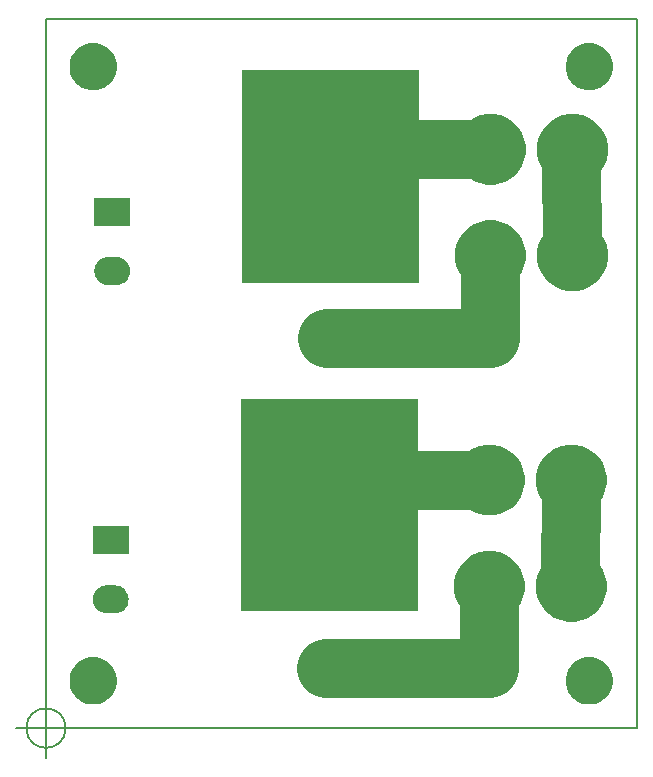
<source format=gbr>
G04 #@! TF.GenerationSoftware,KiCad,Pcbnew,(5.1.5)-3*
G04 #@! TF.CreationDate,2020-03-14T21:19:23-04:00*
G04 #@! TF.ProjectId,MOSTERFET,4d4f5354-4552-4464-9554-2e6b69636164,1.0*
G04 #@! TF.SameCoordinates,Original*
G04 #@! TF.FileFunction,Soldermask,Bot*
G04 #@! TF.FilePolarity,Negative*
%FSLAX46Y46*%
G04 Gerber Fmt 4.6, Leading zero omitted, Abs format (unit mm)*
G04 Created by KiCad (PCBNEW (5.1.5)-3) date 2020-03-14 21:19:23*
%MOMM*%
%LPD*%
G04 APERTURE LIST*
%ADD10C,5.000000*%
%ADD11C,0.150000*%
%ADD12C,0.100000*%
G04 APERTURE END LIST*
D10*
X110000000Y-96000000D02*
X101250000Y-96000000D01*
D11*
X74666666Y-117000000D02*
G75*
G03X74666666Y-117000000I-1666666J0D01*
G01*
X70500000Y-117000000D02*
X75500000Y-117000000D01*
X73000000Y-114500000D02*
X73000000Y-119500000D01*
D10*
X110750000Y-68000000D02*
X102000000Y-68000000D01*
X96700000Y-111900000D02*
X110500000Y-111900000D01*
X110500000Y-111900000D02*
X110500000Y-105700000D01*
X110600000Y-84000000D02*
X110600000Y-77800000D01*
X96800000Y-84000000D02*
X110600000Y-84000000D01*
X117425000Y-95975000D02*
X117375000Y-105000000D01*
X117475000Y-67925000D02*
X117550000Y-77150000D01*
D11*
X73000000Y-117000000D02*
X123000000Y-117000000D01*
X73000000Y-57000000D02*
X123000000Y-57000000D01*
X123000000Y-117000000D02*
X123000000Y-57000000D01*
X73000000Y-117000000D02*
X73000000Y-57000000D01*
X73000000Y-117000000D02*
X73250000Y-117000000D01*
X73000000Y-117000000D02*
X121000000Y-117000000D01*
D12*
G36*
X119293582Y-111019215D02*
G01*
X119583381Y-111076859D01*
X119947356Y-111227623D01*
X120274921Y-111446495D01*
X120274923Y-111446497D01*
X120274926Y-111446499D01*
X120553501Y-111725074D01*
X120553503Y-111725077D01*
X120553505Y-111725079D01*
X120772377Y-112052644D01*
X120923141Y-112416619D01*
X121000000Y-112803018D01*
X121000000Y-113196982D01*
X120923141Y-113583381D01*
X120772377Y-113947356D01*
X120553505Y-114274921D01*
X120553503Y-114274923D01*
X120553501Y-114274926D01*
X120274926Y-114553501D01*
X120274923Y-114553503D01*
X120274921Y-114553505D01*
X119947356Y-114772377D01*
X119583381Y-114923141D01*
X119293582Y-114980785D01*
X119196983Y-115000000D01*
X118803017Y-115000000D01*
X118706418Y-114980785D01*
X118416619Y-114923141D01*
X118052644Y-114772377D01*
X117725079Y-114553505D01*
X117725077Y-114553503D01*
X117725074Y-114553501D01*
X117446499Y-114274926D01*
X117446497Y-114274923D01*
X117446495Y-114274921D01*
X117227623Y-113947356D01*
X117076859Y-113583381D01*
X117000000Y-113196982D01*
X117000000Y-112803018D01*
X117076859Y-112416619D01*
X117227623Y-112052644D01*
X117446495Y-111725079D01*
X117446497Y-111725077D01*
X117446499Y-111725074D01*
X117725074Y-111446499D01*
X117725077Y-111446497D01*
X117725079Y-111446495D01*
X118052644Y-111227623D01*
X118416619Y-111076859D01*
X118706418Y-111019215D01*
X118803017Y-111000000D01*
X119196983Y-111000000D01*
X119293582Y-111019215D01*
G37*
G36*
X77293582Y-111019215D02*
G01*
X77583381Y-111076859D01*
X77947356Y-111227623D01*
X78274921Y-111446495D01*
X78274923Y-111446497D01*
X78274926Y-111446499D01*
X78553501Y-111725074D01*
X78553503Y-111725077D01*
X78553505Y-111725079D01*
X78772377Y-112052644D01*
X78923141Y-112416619D01*
X79000000Y-112803018D01*
X79000000Y-113196982D01*
X78923141Y-113583381D01*
X78772377Y-113947356D01*
X78553505Y-114274921D01*
X78553503Y-114274923D01*
X78553501Y-114274926D01*
X78274926Y-114553501D01*
X78274923Y-114553503D01*
X78274921Y-114553505D01*
X77947356Y-114772377D01*
X77583381Y-114923141D01*
X77293582Y-114980785D01*
X77196983Y-115000000D01*
X76803017Y-115000000D01*
X76706418Y-114980785D01*
X76416619Y-114923141D01*
X76052644Y-114772377D01*
X75725079Y-114553505D01*
X75725077Y-114553503D01*
X75725074Y-114553501D01*
X75446499Y-114274926D01*
X75446497Y-114274923D01*
X75446495Y-114274921D01*
X75227623Y-113947356D01*
X75076859Y-113583381D01*
X75000000Y-113196982D01*
X75000000Y-112803018D01*
X75076859Y-112416619D01*
X75227623Y-112052644D01*
X75446495Y-111725079D01*
X75446497Y-111725077D01*
X75446499Y-111725074D01*
X75725074Y-111446499D01*
X75725077Y-111446497D01*
X75725079Y-111446495D01*
X76052644Y-111227623D01*
X76416619Y-111076859D01*
X76706418Y-111019215D01*
X76803017Y-111000000D01*
X77196983Y-111000000D01*
X77293582Y-111019215D01*
G37*
G36*
X111400068Y-102115288D02*
G01*
X111400070Y-102115289D01*
X111400071Y-102115289D01*
X111946034Y-102341434D01*
X112437384Y-102669744D01*
X112437386Y-102669746D01*
X112437389Y-102669748D01*
X112855252Y-103087611D01*
X112855254Y-103087614D01*
X112855256Y-103087616D01*
X113183566Y-103578966D01*
X113183566Y-103578967D01*
X113409712Y-104124932D01*
X113525000Y-104704526D01*
X113525000Y-105295474D01*
X113410788Y-105869660D01*
X113409711Y-105875071D01*
X113183566Y-106421034D01*
X112855256Y-106912384D01*
X112855254Y-106912386D01*
X112855252Y-106912389D01*
X112437389Y-107330252D01*
X112437386Y-107330254D01*
X112437384Y-107330256D01*
X111946034Y-107658566D01*
X111400071Y-107884711D01*
X111400070Y-107884711D01*
X111400068Y-107884712D01*
X110820474Y-108000000D01*
X110229526Y-108000000D01*
X109649932Y-107884712D01*
X109649930Y-107884711D01*
X109649929Y-107884711D01*
X109103966Y-107658566D01*
X108612616Y-107330256D01*
X108612614Y-107330254D01*
X108612611Y-107330252D01*
X108194748Y-106912389D01*
X108194746Y-106912386D01*
X108194744Y-106912384D01*
X107866434Y-106421034D01*
X107640289Y-105875071D01*
X107639213Y-105869660D01*
X107525000Y-105295474D01*
X107525000Y-104704526D01*
X107640288Y-104124932D01*
X107866434Y-103578967D01*
X107866434Y-103578966D01*
X108194744Y-103087616D01*
X108194746Y-103087614D01*
X108194748Y-103087611D01*
X108612611Y-102669748D01*
X108612614Y-102669746D01*
X108612616Y-102669744D01*
X109103966Y-102341434D01*
X109649929Y-102115289D01*
X109649930Y-102115289D01*
X109649932Y-102115288D01*
X110229526Y-102000000D01*
X110820474Y-102000000D01*
X111400068Y-102115288D01*
G37*
G36*
X118350068Y-102115288D02*
G01*
X118350070Y-102115289D01*
X118350071Y-102115289D01*
X118896034Y-102341434D01*
X119387384Y-102669744D01*
X119387386Y-102669746D01*
X119387389Y-102669748D01*
X119805252Y-103087611D01*
X119805254Y-103087614D01*
X119805256Y-103087616D01*
X120133566Y-103578966D01*
X120133566Y-103578967D01*
X120359712Y-104124932D01*
X120475000Y-104704526D01*
X120475000Y-105295474D01*
X120360788Y-105869660D01*
X120359711Y-105875071D01*
X120133566Y-106421034D01*
X119805256Y-106912384D01*
X119805254Y-106912386D01*
X119805252Y-106912389D01*
X119387389Y-107330252D01*
X119387386Y-107330254D01*
X119387384Y-107330256D01*
X118896034Y-107658566D01*
X118350071Y-107884711D01*
X118350070Y-107884711D01*
X118350068Y-107884712D01*
X117770474Y-108000000D01*
X117179526Y-108000000D01*
X116599932Y-107884712D01*
X116599930Y-107884711D01*
X116599929Y-107884711D01*
X116053966Y-107658566D01*
X115562616Y-107330256D01*
X115562614Y-107330254D01*
X115562611Y-107330252D01*
X115144748Y-106912389D01*
X115144746Y-106912386D01*
X115144744Y-106912384D01*
X114816434Y-106421034D01*
X114590289Y-105875071D01*
X114589213Y-105869660D01*
X114475000Y-105295474D01*
X114475000Y-104704526D01*
X114590288Y-104124932D01*
X114816434Y-103578967D01*
X114816434Y-103578966D01*
X115144744Y-103087616D01*
X115144746Y-103087614D01*
X115144748Y-103087611D01*
X115562611Y-102669748D01*
X115562614Y-102669746D01*
X115562616Y-102669744D01*
X116053966Y-102341434D01*
X116599929Y-102115289D01*
X116599930Y-102115289D01*
X116599932Y-102115288D01*
X117179526Y-102000000D01*
X117770474Y-102000000D01*
X118350068Y-102115288D01*
G37*
G36*
X79055340Y-104942002D02*
G01*
X79276829Y-105009189D01*
X79276831Y-105009190D01*
X79480955Y-105118297D01*
X79659871Y-105265129D01*
X79806703Y-105444045D01*
X79806704Y-105444047D01*
X79915811Y-105648171D01*
X79982998Y-105869660D01*
X80005685Y-106100000D01*
X79982998Y-106330340D01*
X79915811Y-106551829D01*
X79915810Y-106551831D01*
X79806703Y-106755955D01*
X79659871Y-106934871D01*
X79480955Y-107081703D01*
X79480953Y-107081704D01*
X79276829Y-107190811D01*
X79055340Y-107257998D01*
X78882720Y-107275000D01*
X78117280Y-107275000D01*
X77944660Y-107257998D01*
X77723171Y-107190811D01*
X77519047Y-107081704D01*
X77519045Y-107081703D01*
X77340129Y-106934871D01*
X77193297Y-106755955D01*
X77084190Y-106551831D01*
X77084189Y-106551829D01*
X77017002Y-106330340D01*
X76994315Y-106100000D01*
X77017002Y-105869660D01*
X77084189Y-105648171D01*
X77193296Y-105444047D01*
X77193297Y-105444045D01*
X77340129Y-105265129D01*
X77519045Y-105118297D01*
X77723169Y-105009190D01*
X77723171Y-105009189D01*
X77944660Y-104942002D01*
X78117280Y-104925000D01*
X78882720Y-104925000D01*
X79055340Y-104942002D01*
G37*
G36*
X104500000Y-107100000D02*
G01*
X89500000Y-107100000D01*
X89500000Y-89100000D01*
X104500000Y-89100000D01*
X104500000Y-107100000D01*
G37*
G36*
X80000000Y-102275000D02*
G01*
X77000000Y-102275000D01*
X77000000Y-99925000D01*
X80000000Y-99925000D01*
X80000000Y-102275000D01*
G37*
G36*
X118350068Y-93115288D02*
G01*
X118350070Y-93115289D01*
X118350071Y-93115289D01*
X118896034Y-93341434D01*
X119387384Y-93669744D01*
X119387386Y-93669746D01*
X119387389Y-93669748D01*
X119805252Y-94087611D01*
X119805254Y-94087614D01*
X119805256Y-94087616D01*
X120133566Y-94578966D01*
X120359711Y-95124929D01*
X120475000Y-95704527D01*
X120475000Y-96295473D01*
X120359711Y-96875071D01*
X120133566Y-97421034D01*
X119805256Y-97912384D01*
X119805254Y-97912386D01*
X119805252Y-97912389D01*
X119387389Y-98330252D01*
X119387386Y-98330254D01*
X119387384Y-98330256D01*
X118896034Y-98658566D01*
X118350071Y-98884711D01*
X118350070Y-98884711D01*
X118350068Y-98884712D01*
X117770474Y-99000000D01*
X117179526Y-99000000D01*
X116599932Y-98884712D01*
X116599930Y-98884711D01*
X116599929Y-98884711D01*
X116053966Y-98658566D01*
X115562616Y-98330256D01*
X115562614Y-98330254D01*
X115562611Y-98330252D01*
X115144748Y-97912389D01*
X115144746Y-97912386D01*
X115144744Y-97912384D01*
X114816434Y-97421034D01*
X114590289Y-96875071D01*
X114475000Y-96295473D01*
X114475000Y-95704527D01*
X114590289Y-95124929D01*
X114816434Y-94578966D01*
X115144744Y-94087616D01*
X115144746Y-94087614D01*
X115144748Y-94087611D01*
X115562611Y-93669748D01*
X115562614Y-93669746D01*
X115562616Y-93669744D01*
X116053966Y-93341434D01*
X116599929Y-93115289D01*
X116599930Y-93115289D01*
X116599932Y-93115288D01*
X117179526Y-93000000D01*
X117770474Y-93000000D01*
X118350068Y-93115288D01*
G37*
G36*
X111400068Y-93115288D02*
G01*
X111400070Y-93115289D01*
X111400071Y-93115289D01*
X111946034Y-93341434D01*
X112437384Y-93669744D01*
X112437386Y-93669746D01*
X112437389Y-93669748D01*
X112855252Y-94087611D01*
X112855254Y-94087614D01*
X112855256Y-94087616D01*
X113183566Y-94578966D01*
X113409711Y-95124929D01*
X113525000Y-95704527D01*
X113525000Y-96295473D01*
X113409711Y-96875071D01*
X113183566Y-97421034D01*
X112855256Y-97912384D01*
X112855254Y-97912386D01*
X112855252Y-97912389D01*
X112437389Y-98330252D01*
X112437386Y-98330254D01*
X112437384Y-98330256D01*
X111946034Y-98658566D01*
X111400071Y-98884711D01*
X111400070Y-98884711D01*
X111400068Y-98884712D01*
X110820474Y-99000000D01*
X110229526Y-99000000D01*
X109649932Y-98884712D01*
X109649930Y-98884711D01*
X109649929Y-98884711D01*
X109103966Y-98658566D01*
X108612616Y-98330256D01*
X108612614Y-98330254D01*
X108612611Y-98330252D01*
X108194748Y-97912389D01*
X108194746Y-97912386D01*
X108194744Y-97912384D01*
X107866434Y-97421034D01*
X107640289Y-96875071D01*
X107525000Y-96295473D01*
X107525000Y-95704527D01*
X107640289Y-95124929D01*
X107866434Y-94578966D01*
X108194744Y-94087616D01*
X108194746Y-94087614D01*
X108194748Y-94087611D01*
X108612611Y-93669748D01*
X108612614Y-93669746D01*
X108612616Y-93669744D01*
X109103966Y-93341434D01*
X109649929Y-93115289D01*
X109649930Y-93115289D01*
X109649932Y-93115288D01*
X110229526Y-93000000D01*
X110820474Y-93000000D01*
X111400068Y-93115288D01*
G37*
G36*
X111500068Y-74115288D02*
G01*
X111500070Y-74115289D01*
X111500071Y-74115289D01*
X112046034Y-74341434D01*
X112537384Y-74669744D01*
X112537386Y-74669746D01*
X112537389Y-74669748D01*
X112955252Y-75087611D01*
X112955254Y-75087614D01*
X112955256Y-75087616D01*
X113283566Y-75578966D01*
X113283566Y-75578967D01*
X113509712Y-76124932D01*
X113625000Y-76704526D01*
X113625000Y-77295474D01*
X113515063Y-77848169D01*
X113509711Y-77875071D01*
X113283566Y-78421034D01*
X112955256Y-78912384D01*
X112955254Y-78912386D01*
X112955252Y-78912389D01*
X112537389Y-79330252D01*
X112537386Y-79330254D01*
X112537384Y-79330256D01*
X112046034Y-79658566D01*
X111500071Y-79884711D01*
X111500070Y-79884711D01*
X111500068Y-79884712D01*
X110920474Y-80000000D01*
X110329526Y-80000000D01*
X109749932Y-79884712D01*
X109749930Y-79884711D01*
X109749929Y-79884711D01*
X109203966Y-79658566D01*
X108712616Y-79330256D01*
X108712614Y-79330254D01*
X108712611Y-79330252D01*
X108294748Y-78912389D01*
X108294746Y-78912386D01*
X108294744Y-78912384D01*
X107966434Y-78421034D01*
X107740289Y-77875071D01*
X107734938Y-77848169D01*
X107625000Y-77295474D01*
X107625000Y-76704526D01*
X107740288Y-76124932D01*
X107966434Y-75578967D01*
X107966434Y-75578966D01*
X108294744Y-75087616D01*
X108294746Y-75087614D01*
X108294748Y-75087611D01*
X108712611Y-74669748D01*
X108712614Y-74669746D01*
X108712616Y-74669744D01*
X109203966Y-74341434D01*
X109749929Y-74115289D01*
X109749930Y-74115289D01*
X109749932Y-74115288D01*
X110329526Y-74000000D01*
X110920474Y-74000000D01*
X111500068Y-74115288D01*
G37*
G36*
X118450068Y-74115288D02*
G01*
X118450070Y-74115289D01*
X118450071Y-74115289D01*
X118996034Y-74341434D01*
X119487384Y-74669744D01*
X119487386Y-74669746D01*
X119487389Y-74669748D01*
X119905252Y-75087611D01*
X119905254Y-75087614D01*
X119905256Y-75087616D01*
X120233566Y-75578966D01*
X120233566Y-75578967D01*
X120459712Y-76124932D01*
X120575000Y-76704526D01*
X120575000Y-77295474D01*
X120465063Y-77848169D01*
X120459711Y-77875071D01*
X120233566Y-78421034D01*
X119905256Y-78912384D01*
X119905254Y-78912386D01*
X119905252Y-78912389D01*
X119487389Y-79330252D01*
X119487386Y-79330254D01*
X119487384Y-79330256D01*
X118996034Y-79658566D01*
X118450071Y-79884711D01*
X118450070Y-79884711D01*
X118450068Y-79884712D01*
X117870474Y-80000000D01*
X117279526Y-80000000D01*
X116699932Y-79884712D01*
X116699930Y-79884711D01*
X116699929Y-79884711D01*
X116153966Y-79658566D01*
X115662616Y-79330256D01*
X115662614Y-79330254D01*
X115662611Y-79330252D01*
X115244748Y-78912389D01*
X115244746Y-78912386D01*
X115244744Y-78912384D01*
X114916434Y-78421034D01*
X114690289Y-77875071D01*
X114684938Y-77848169D01*
X114575000Y-77295474D01*
X114575000Y-76704526D01*
X114690288Y-76124932D01*
X114916434Y-75578967D01*
X114916434Y-75578966D01*
X115244744Y-75087616D01*
X115244746Y-75087614D01*
X115244748Y-75087611D01*
X115662611Y-74669748D01*
X115662614Y-74669746D01*
X115662616Y-74669744D01*
X116153966Y-74341434D01*
X116699929Y-74115289D01*
X116699930Y-74115289D01*
X116699932Y-74115288D01*
X117279526Y-74000000D01*
X117870474Y-74000000D01*
X118450068Y-74115288D01*
G37*
G36*
X79155340Y-77142002D02*
G01*
X79376829Y-77209189D01*
X79376831Y-77209190D01*
X79580955Y-77318297D01*
X79759871Y-77465129D01*
X79906703Y-77644045D01*
X79906704Y-77644047D01*
X80015811Y-77848171D01*
X80082998Y-78069660D01*
X80105685Y-78300000D01*
X80082998Y-78530340D01*
X80015811Y-78751829D01*
X80015810Y-78751831D01*
X79906703Y-78955955D01*
X79759871Y-79134871D01*
X79580955Y-79281703D01*
X79490119Y-79330256D01*
X79376829Y-79390811D01*
X79155340Y-79457998D01*
X78982720Y-79475000D01*
X78217280Y-79475000D01*
X78044660Y-79457998D01*
X77823171Y-79390811D01*
X77709881Y-79330256D01*
X77619045Y-79281703D01*
X77440129Y-79134871D01*
X77293297Y-78955955D01*
X77184190Y-78751831D01*
X77184189Y-78751829D01*
X77117002Y-78530340D01*
X77094315Y-78300000D01*
X77117002Y-78069660D01*
X77184189Y-77848171D01*
X77293296Y-77644047D01*
X77293297Y-77644045D01*
X77440129Y-77465129D01*
X77619045Y-77318297D01*
X77823169Y-77209190D01*
X77823171Y-77209189D01*
X78044660Y-77142002D01*
X78217280Y-77125000D01*
X78982720Y-77125000D01*
X79155340Y-77142002D01*
G37*
G36*
X104600000Y-79300000D02*
G01*
X89600000Y-79300000D01*
X89600000Y-61300000D01*
X104600000Y-61300000D01*
X104600000Y-79300000D01*
G37*
G36*
X80100000Y-74475000D02*
G01*
X77100000Y-74475000D01*
X77100000Y-72125000D01*
X80100000Y-72125000D01*
X80100000Y-74475000D01*
G37*
G36*
X118450068Y-65115288D02*
G01*
X118450070Y-65115289D01*
X118450071Y-65115289D01*
X118996034Y-65341434D01*
X119487384Y-65669744D01*
X119487386Y-65669746D01*
X119487389Y-65669748D01*
X119905252Y-66087611D01*
X119905254Y-66087614D01*
X119905256Y-66087616D01*
X120233566Y-66578966D01*
X120459711Y-67124929D01*
X120575000Y-67704527D01*
X120575000Y-68295473D01*
X120459711Y-68875071D01*
X120233566Y-69421034D01*
X119905256Y-69912384D01*
X119905254Y-69912386D01*
X119905252Y-69912389D01*
X119487389Y-70330252D01*
X119487386Y-70330254D01*
X119487384Y-70330256D01*
X118996034Y-70658566D01*
X118450071Y-70884711D01*
X118450070Y-70884711D01*
X118450068Y-70884712D01*
X117870474Y-71000000D01*
X117279526Y-71000000D01*
X116699932Y-70884712D01*
X116699930Y-70884711D01*
X116699929Y-70884711D01*
X116153966Y-70658566D01*
X115662616Y-70330256D01*
X115662614Y-70330254D01*
X115662611Y-70330252D01*
X115244748Y-69912389D01*
X115244746Y-69912386D01*
X115244744Y-69912384D01*
X114916434Y-69421034D01*
X114690289Y-68875071D01*
X114575000Y-68295473D01*
X114575000Y-67704527D01*
X114690289Y-67124929D01*
X114916434Y-66578966D01*
X115244744Y-66087616D01*
X115244746Y-66087614D01*
X115244748Y-66087611D01*
X115662611Y-65669748D01*
X115662614Y-65669746D01*
X115662616Y-65669744D01*
X116153966Y-65341434D01*
X116699929Y-65115289D01*
X116699930Y-65115289D01*
X116699932Y-65115288D01*
X117279526Y-65000000D01*
X117870474Y-65000000D01*
X118450068Y-65115288D01*
G37*
G36*
X111500068Y-65115288D02*
G01*
X111500070Y-65115289D01*
X111500071Y-65115289D01*
X112046034Y-65341434D01*
X112537384Y-65669744D01*
X112537386Y-65669746D01*
X112537389Y-65669748D01*
X112955252Y-66087611D01*
X112955254Y-66087614D01*
X112955256Y-66087616D01*
X113283566Y-66578966D01*
X113509711Y-67124929D01*
X113625000Y-67704527D01*
X113625000Y-68295473D01*
X113509711Y-68875071D01*
X113283566Y-69421034D01*
X112955256Y-69912384D01*
X112955254Y-69912386D01*
X112955252Y-69912389D01*
X112537389Y-70330252D01*
X112537386Y-70330254D01*
X112537384Y-70330256D01*
X112046034Y-70658566D01*
X111500071Y-70884711D01*
X111500070Y-70884711D01*
X111500068Y-70884712D01*
X110920474Y-71000000D01*
X110329526Y-71000000D01*
X109749932Y-70884712D01*
X109749930Y-70884711D01*
X109749929Y-70884711D01*
X109203966Y-70658566D01*
X108712616Y-70330256D01*
X108712614Y-70330254D01*
X108712611Y-70330252D01*
X108294748Y-69912389D01*
X108294746Y-69912386D01*
X108294744Y-69912384D01*
X107966434Y-69421034D01*
X107740289Y-68875071D01*
X107625000Y-68295473D01*
X107625000Y-67704527D01*
X107740289Y-67124929D01*
X107966434Y-66578966D01*
X108294744Y-66087616D01*
X108294746Y-66087614D01*
X108294748Y-66087611D01*
X108712611Y-65669748D01*
X108712614Y-65669746D01*
X108712616Y-65669744D01*
X109203966Y-65341434D01*
X109749929Y-65115289D01*
X109749930Y-65115289D01*
X109749932Y-65115288D01*
X110329526Y-65000000D01*
X110920474Y-65000000D01*
X111500068Y-65115288D01*
G37*
G36*
X119293582Y-59019215D02*
G01*
X119583381Y-59076859D01*
X119947356Y-59227623D01*
X120274921Y-59446495D01*
X120274923Y-59446497D01*
X120274926Y-59446499D01*
X120553501Y-59725074D01*
X120553503Y-59725077D01*
X120553505Y-59725079D01*
X120772377Y-60052644D01*
X120923141Y-60416619D01*
X121000000Y-60803018D01*
X121000000Y-61196982D01*
X120923141Y-61583381D01*
X120772377Y-61947356D01*
X120553505Y-62274921D01*
X120553503Y-62274923D01*
X120553501Y-62274926D01*
X120274926Y-62553501D01*
X120274923Y-62553503D01*
X120274921Y-62553505D01*
X119947356Y-62772377D01*
X119583381Y-62923141D01*
X119293582Y-62980785D01*
X119196983Y-63000000D01*
X118803017Y-63000000D01*
X118706418Y-62980785D01*
X118416619Y-62923141D01*
X118052644Y-62772377D01*
X117725079Y-62553505D01*
X117725077Y-62553503D01*
X117725074Y-62553501D01*
X117446499Y-62274926D01*
X117446497Y-62274923D01*
X117446495Y-62274921D01*
X117227623Y-61947356D01*
X117076859Y-61583381D01*
X117000000Y-61196982D01*
X117000000Y-60803018D01*
X117076859Y-60416619D01*
X117227623Y-60052644D01*
X117446495Y-59725079D01*
X117446497Y-59725077D01*
X117446499Y-59725074D01*
X117725074Y-59446499D01*
X117725077Y-59446497D01*
X117725079Y-59446495D01*
X118052644Y-59227623D01*
X118416619Y-59076859D01*
X118706418Y-59019215D01*
X118803017Y-59000000D01*
X119196983Y-59000000D01*
X119293582Y-59019215D01*
G37*
G36*
X77293582Y-59019215D02*
G01*
X77583381Y-59076859D01*
X77947356Y-59227623D01*
X78274921Y-59446495D01*
X78274923Y-59446497D01*
X78274926Y-59446499D01*
X78553501Y-59725074D01*
X78553503Y-59725077D01*
X78553505Y-59725079D01*
X78772377Y-60052644D01*
X78923141Y-60416619D01*
X79000000Y-60803018D01*
X79000000Y-61196982D01*
X78923141Y-61583381D01*
X78772377Y-61947356D01*
X78553505Y-62274921D01*
X78553503Y-62274923D01*
X78553501Y-62274926D01*
X78274926Y-62553501D01*
X78274923Y-62553503D01*
X78274921Y-62553505D01*
X77947356Y-62772377D01*
X77583381Y-62923141D01*
X77293582Y-62980785D01*
X77196983Y-63000000D01*
X76803017Y-63000000D01*
X76706418Y-62980785D01*
X76416619Y-62923141D01*
X76052644Y-62772377D01*
X75725079Y-62553505D01*
X75725077Y-62553503D01*
X75725074Y-62553501D01*
X75446499Y-62274926D01*
X75446497Y-62274923D01*
X75446495Y-62274921D01*
X75227623Y-61947356D01*
X75076859Y-61583381D01*
X75000000Y-61196982D01*
X75000000Y-60803018D01*
X75076859Y-60416619D01*
X75227623Y-60052644D01*
X75446495Y-59725079D01*
X75446497Y-59725077D01*
X75446499Y-59725074D01*
X75725074Y-59446499D01*
X75725077Y-59446497D01*
X75725079Y-59446495D01*
X76052644Y-59227623D01*
X76416619Y-59076859D01*
X76706418Y-59019215D01*
X76803017Y-59000000D01*
X77196983Y-59000000D01*
X77293582Y-59019215D01*
G37*
M02*

</source>
